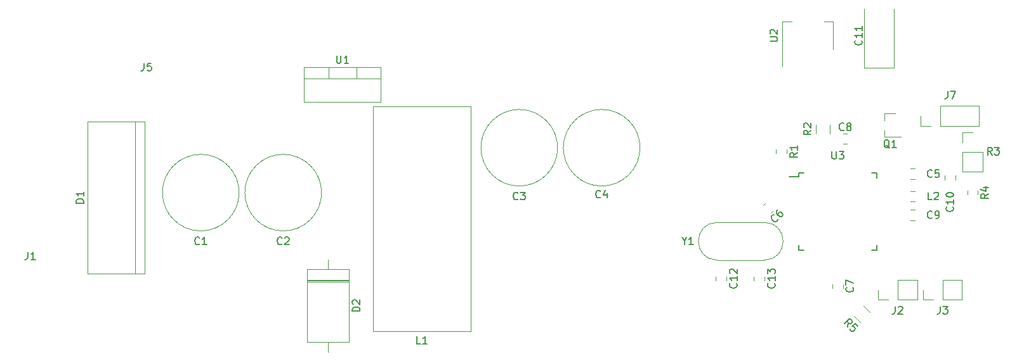
<source format=gto>
G04 #@! TF.GenerationSoftware,KiCad,Pcbnew,5.1.5+dfsg1-2build2*
G04 #@! TF.CreationDate,2020-11-30T17:08:01+01:00*
G04 #@! TF.ProjectId,Nixie clock main board,4e697869-6520-4636-9c6f-636b206d6169,rev?*
G04 #@! TF.SameCoordinates,Original*
G04 #@! TF.FileFunction,Legend,Top*
G04 #@! TF.FilePolarity,Positive*
%FSLAX46Y46*%
G04 Gerber Fmt 4.6, Leading zero omitted, Abs format (unit mm)*
G04 Created by KiCad (PCBNEW 5.1.5+dfsg1-2build2) date 2020-11-30 17:08:01*
%MOMM*%
%LPD*%
G04 APERTURE LIST*
%ADD10C,0.120000*%
%ADD11C,0.150000*%
G04 APERTURE END LIST*
D10*
X136258578Y-40010000D02*
X135741422Y-40010000D01*
X136258578Y-38590000D02*
X135741422Y-38590000D01*
D11*
X129825000Y-43825000D02*
X129825000Y-44400000D01*
X140175000Y-43825000D02*
X140175000Y-44500000D01*
X140175000Y-54175000D02*
X140175000Y-53500000D01*
X129825000Y-54175000D02*
X129825000Y-53500000D01*
X129825000Y-43825000D02*
X130500000Y-43825000D01*
X129825000Y-54175000D02*
X130500000Y-54175000D01*
X140175000Y-54175000D02*
X139500000Y-54175000D01*
X140175000Y-43825000D02*
X139500000Y-43825000D01*
X129825000Y-44400000D02*
X128550000Y-44400000D01*
D10*
X73000000Y-35000000D02*
X86000000Y-35000000D01*
X86000000Y-35000000D02*
X86000000Y-65000000D01*
X86000000Y-65000000D02*
X73000000Y-65000000D01*
X73000000Y-65000000D02*
X73000000Y-35000000D01*
X34890000Y-57290000D02*
X42510000Y-57290000D01*
X42510000Y-36970000D02*
X34890000Y-36970000D01*
X41240000Y-36970000D02*
X41240000Y-57290000D01*
X34890000Y-57290000D02*
X34890000Y-36970000D01*
X42510000Y-57290000D02*
X42510000Y-36970000D01*
X55120000Y-46500000D02*
G75*
G03X55120000Y-46500000I-5120000J0D01*
G01*
X66120000Y-46500000D02*
G75*
G03X66120000Y-46500000I-5120000J0D01*
G01*
X97620000Y-40500000D02*
G75*
G03X97620000Y-40500000I-5120000J0D01*
G01*
X108620000Y-40500000D02*
G75*
G03X108620000Y-40500000I-5120000J0D01*
G01*
X144741422Y-44710000D02*
X145258578Y-44710000D01*
X144741422Y-43290000D02*
X145258578Y-43290000D01*
X125410796Y-47829112D02*
X125045112Y-48194796D01*
X126414888Y-48833204D02*
X126049204Y-49198888D01*
X135710000Y-58741422D02*
X135710000Y-59258578D01*
X134290000Y-58741422D02*
X134290000Y-59258578D01*
X144741422Y-48790000D02*
X145258578Y-48790000D01*
X144741422Y-50210000D02*
X145258578Y-50210000D01*
X150710000Y-44241422D02*
X150710000Y-44758578D01*
X149290000Y-44241422D02*
X149290000Y-44758578D01*
X138490000Y-21950000D02*
X138490000Y-29810000D01*
X138490000Y-29810000D02*
X142510000Y-29810000D01*
X142510000Y-29810000D02*
X142510000Y-21950000D01*
X118750000Y-57721422D02*
X118750000Y-58238578D01*
X120170000Y-57721422D02*
X120170000Y-58238578D01*
X125250000Y-57721422D02*
X125250000Y-58238578D01*
X123830000Y-57721422D02*
X123830000Y-58238578D01*
X69785000Y-56740000D02*
X64215000Y-56740000D01*
X64215000Y-56740000D02*
X64215000Y-66500000D01*
X64215000Y-66500000D02*
X69785000Y-66500000D01*
X69785000Y-66500000D02*
X69785000Y-56740000D01*
X67000000Y-55440000D02*
X67000000Y-56740000D01*
X67000000Y-67800000D02*
X67000000Y-66500000D01*
X69785000Y-58288000D02*
X64215000Y-58288000D01*
X69785000Y-58408000D02*
X64215000Y-58408000D01*
X69785000Y-58168000D02*
X64215000Y-58168000D01*
X145258578Y-47710000D02*
X144741422Y-47710000D01*
X145258578Y-46290000D02*
X144741422Y-46290000D01*
X141240000Y-35920000D02*
X141240000Y-36850000D01*
X141240000Y-39080000D02*
X141240000Y-38150000D01*
X141240000Y-39080000D02*
X143400000Y-39080000D01*
X141240000Y-35920000D02*
X142700000Y-35920000D01*
X128210000Y-40741422D02*
X128210000Y-41258578D01*
X126790000Y-40741422D02*
X126790000Y-41258578D01*
X133910000Y-37397936D02*
X133910000Y-38602064D01*
X132090000Y-37397936D02*
X132090000Y-38602064D01*
X152290000Y-46241422D02*
X152290000Y-46758578D01*
X153710000Y-46241422D02*
X153710000Y-46758578D01*
X137180809Y-62967744D02*
X138032256Y-63819191D01*
X138467744Y-61680809D02*
X139319191Y-62532256D01*
X63779000Y-29730000D02*
X74020000Y-29730000D01*
X63779000Y-34371000D02*
X74020000Y-34371000D01*
X63779000Y-29730000D02*
X63779000Y-34371000D01*
X74020000Y-29730000D02*
X74020000Y-34371000D01*
X63779000Y-31240000D02*
X74020000Y-31240000D01*
X67050000Y-29730000D02*
X67050000Y-31240000D01*
X70750000Y-29730000D02*
X70750000Y-31240000D01*
X134410000Y-23590000D02*
X133150000Y-23590000D01*
X127590000Y-23590000D02*
X128850000Y-23590000D01*
X134410000Y-27350000D02*
X134410000Y-23590000D01*
X127590000Y-29600000D02*
X127590000Y-23590000D01*
X125185000Y-55525000D02*
X118935000Y-55525000D01*
X125185000Y-50475000D02*
X118935000Y-50475000D01*
X125185000Y-50475000D02*
G75*
G02X125185000Y-55525000I0J-2525000D01*
G01*
X118935000Y-50475000D02*
G75*
G03X118935000Y-55525000I0J-2525000D01*
G01*
X140420000Y-60830000D02*
X140420000Y-59500000D01*
X141750000Y-60830000D02*
X140420000Y-60830000D01*
X143020000Y-60830000D02*
X143020000Y-58170000D01*
X143020000Y-58170000D02*
X145620000Y-58170000D01*
X143020000Y-60830000D02*
X145620000Y-60830000D01*
X145620000Y-60830000D02*
X145620000Y-58170000D01*
X151580000Y-60830000D02*
X151580000Y-58170000D01*
X148980000Y-60830000D02*
X151580000Y-60830000D01*
X148980000Y-58170000D02*
X151580000Y-58170000D01*
X148980000Y-60830000D02*
X148980000Y-58170000D01*
X147710000Y-60830000D02*
X146380000Y-60830000D01*
X146380000Y-60830000D02*
X146380000Y-59500000D01*
X153830000Y-37580000D02*
X153830000Y-34920000D01*
X148690000Y-37580000D02*
X153830000Y-37580000D01*
X148690000Y-34920000D02*
X153830000Y-34920000D01*
X148690000Y-37580000D02*
X148690000Y-34920000D01*
X147420000Y-37580000D02*
X146090000Y-37580000D01*
X146090000Y-37580000D02*
X146090000Y-36250000D01*
X151670000Y-43670000D02*
X154330000Y-43670000D01*
X151670000Y-41070000D02*
X151670000Y-43670000D01*
X154330000Y-41070000D02*
X154330000Y-43670000D01*
X151670000Y-41070000D02*
X154330000Y-41070000D01*
X151670000Y-39800000D02*
X151670000Y-38470000D01*
X151670000Y-38470000D02*
X153000000Y-38470000D01*
D11*
X135833333Y-38107142D02*
X135785714Y-38154761D01*
X135642857Y-38202380D01*
X135547619Y-38202380D01*
X135404761Y-38154761D01*
X135309523Y-38059523D01*
X135261904Y-37964285D01*
X135214285Y-37773809D01*
X135214285Y-37630952D01*
X135261904Y-37440476D01*
X135309523Y-37345238D01*
X135404761Y-37250000D01*
X135547619Y-37202380D01*
X135642857Y-37202380D01*
X135785714Y-37250000D01*
X135833333Y-37297619D01*
X136404761Y-37630952D02*
X136309523Y-37583333D01*
X136261904Y-37535714D01*
X136214285Y-37440476D01*
X136214285Y-37392857D01*
X136261904Y-37297619D01*
X136309523Y-37250000D01*
X136404761Y-37202380D01*
X136595238Y-37202380D01*
X136690476Y-37250000D01*
X136738095Y-37297619D01*
X136785714Y-37392857D01*
X136785714Y-37440476D01*
X136738095Y-37535714D01*
X136690476Y-37583333D01*
X136595238Y-37630952D01*
X136404761Y-37630952D01*
X136309523Y-37678571D01*
X136261904Y-37726190D01*
X136214285Y-37821428D01*
X136214285Y-38011904D01*
X136261904Y-38107142D01*
X136309523Y-38154761D01*
X136404761Y-38202380D01*
X136595238Y-38202380D01*
X136690476Y-38154761D01*
X136738095Y-38107142D01*
X136785714Y-38011904D01*
X136785714Y-37821428D01*
X136738095Y-37726190D01*
X136690476Y-37678571D01*
X136595238Y-37630952D01*
X134238095Y-41002380D02*
X134238095Y-41811904D01*
X134285714Y-41907142D01*
X134333333Y-41954761D01*
X134428571Y-42002380D01*
X134619047Y-42002380D01*
X134714285Y-41954761D01*
X134761904Y-41907142D01*
X134809523Y-41811904D01*
X134809523Y-41002380D01*
X135190476Y-41002380D02*
X135809523Y-41002380D01*
X135476190Y-41383333D01*
X135619047Y-41383333D01*
X135714285Y-41430952D01*
X135761904Y-41478571D01*
X135809523Y-41573809D01*
X135809523Y-41811904D01*
X135761904Y-41907142D01*
X135714285Y-41954761D01*
X135619047Y-42002380D01*
X135333333Y-42002380D01*
X135238095Y-41954761D01*
X135190476Y-41907142D01*
X79333333Y-66702380D02*
X78857142Y-66702380D01*
X78857142Y-65702380D01*
X80190476Y-66702380D02*
X79619047Y-66702380D01*
X79904761Y-66702380D02*
X79904761Y-65702380D01*
X79809523Y-65845238D01*
X79714285Y-65940476D01*
X79619047Y-65988095D01*
X34352380Y-47888095D02*
X33352380Y-47888095D01*
X33352380Y-47650000D01*
X33400000Y-47507142D01*
X33495238Y-47411904D01*
X33590476Y-47364285D01*
X33780952Y-47316666D01*
X33923809Y-47316666D01*
X34114285Y-47364285D01*
X34209523Y-47411904D01*
X34304761Y-47507142D01*
X34352380Y-47650000D01*
X34352380Y-47888095D01*
X34352380Y-46364285D02*
X34352380Y-46935714D01*
X34352380Y-46650000D02*
X33352380Y-46650000D01*
X33495238Y-46745238D01*
X33590476Y-46840476D01*
X33638095Y-46935714D01*
X49833333Y-53357142D02*
X49785714Y-53404761D01*
X49642857Y-53452380D01*
X49547619Y-53452380D01*
X49404761Y-53404761D01*
X49309523Y-53309523D01*
X49261904Y-53214285D01*
X49214285Y-53023809D01*
X49214285Y-52880952D01*
X49261904Y-52690476D01*
X49309523Y-52595238D01*
X49404761Y-52500000D01*
X49547619Y-52452380D01*
X49642857Y-52452380D01*
X49785714Y-52500000D01*
X49833333Y-52547619D01*
X50785714Y-53452380D02*
X50214285Y-53452380D01*
X50500000Y-53452380D02*
X50500000Y-52452380D01*
X50404761Y-52595238D01*
X50309523Y-52690476D01*
X50214285Y-52738095D01*
X60833333Y-53357142D02*
X60785714Y-53404761D01*
X60642857Y-53452380D01*
X60547619Y-53452380D01*
X60404761Y-53404761D01*
X60309523Y-53309523D01*
X60261904Y-53214285D01*
X60214285Y-53023809D01*
X60214285Y-52880952D01*
X60261904Y-52690476D01*
X60309523Y-52595238D01*
X60404761Y-52500000D01*
X60547619Y-52452380D01*
X60642857Y-52452380D01*
X60785714Y-52500000D01*
X60833333Y-52547619D01*
X61214285Y-52547619D02*
X61261904Y-52500000D01*
X61357142Y-52452380D01*
X61595238Y-52452380D01*
X61690476Y-52500000D01*
X61738095Y-52547619D01*
X61785714Y-52642857D01*
X61785714Y-52738095D01*
X61738095Y-52880952D01*
X61166666Y-53452380D01*
X61785714Y-53452380D01*
X92333333Y-47357142D02*
X92285714Y-47404761D01*
X92142857Y-47452380D01*
X92047619Y-47452380D01*
X91904761Y-47404761D01*
X91809523Y-47309523D01*
X91761904Y-47214285D01*
X91714285Y-47023809D01*
X91714285Y-46880952D01*
X91761904Y-46690476D01*
X91809523Y-46595238D01*
X91904761Y-46500000D01*
X92047619Y-46452380D01*
X92142857Y-46452380D01*
X92285714Y-46500000D01*
X92333333Y-46547619D01*
X92666666Y-46452380D02*
X93285714Y-46452380D01*
X92952380Y-46833333D01*
X93095238Y-46833333D01*
X93190476Y-46880952D01*
X93238095Y-46928571D01*
X93285714Y-47023809D01*
X93285714Y-47261904D01*
X93238095Y-47357142D01*
X93190476Y-47404761D01*
X93095238Y-47452380D01*
X92809523Y-47452380D01*
X92714285Y-47404761D01*
X92666666Y-47357142D01*
X103333333Y-47107142D02*
X103285714Y-47154761D01*
X103142857Y-47202380D01*
X103047619Y-47202380D01*
X102904761Y-47154761D01*
X102809523Y-47059523D01*
X102761904Y-46964285D01*
X102714285Y-46773809D01*
X102714285Y-46630952D01*
X102761904Y-46440476D01*
X102809523Y-46345238D01*
X102904761Y-46250000D01*
X103047619Y-46202380D01*
X103142857Y-46202380D01*
X103285714Y-46250000D01*
X103333333Y-46297619D01*
X104190476Y-46535714D02*
X104190476Y-47202380D01*
X103952380Y-46154761D02*
X103714285Y-46869047D01*
X104333333Y-46869047D01*
X147583333Y-44357142D02*
X147535714Y-44404761D01*
X147392857Y-44452380D01*
X147297619Y-44452380D01*
X147154761Y-44404761D01*
X147059523Y-44309523D01*
X147011904Y-44214285D01*
X146964285Y-44023809D01*
X146964285Y-43880952D01*
X147011904Y-43690476D01*
X147059523Y-43595238D01*
X147154761Y-43500000D01*
X147297619Y-43452380D01*
X147392857Y-43452380D01*
X147535714Y-43500000D01*
X147583333Y-43547619D01*
X148488095Y-43452380D02*
X148011904Y-43452380D01*
X147964285Y-43928571D01*
X148011904Y-43880952D01*
X148107142Y-43833333D01*
X148345238Y-43833333D01*
X148440476Y-43880952D01*
X148488095Y-43928571D01*
X148535714Y-44023809D01*
X148535714Y-44261904D01*
X148488095Y-44357142D01*
X148440476Y-44404761D01*
X148345238Y-44452380D01*
X148107142Y-44452380D01*
X148011904Y-44404761D01*
X147964285Y-44357142D01*
X127031413Y-50051115D02*
X127031413Y-50118458D01*
X126964069Y-50253145D01*
X126896726Y-50320489D01*
X126762038Y-50387832D01*
X126627351Y-50387832D01*
X126526336Y-50354161D01*
X126357977Y-50253145D01*
X126256962Y-50152130D01*
X126155947Y-49983771D01*
X126122275Y-49882756D01*
X126122275Y-49748069D01*
X126189619Y-49613382D01*
X126256962Y-49546038D01*
X126391649Y-49478695D01*
X126458993Y-49478695D01*
X126997741Y-48805260D02*
X126863054Y-48939947D01*
X126829382Y-49040962D01*
X126829382Y-49108306D01*
X126863054Y-49276664D01*
X126964069Y-49445023D01*
X127233443Y-49714397D01*
X127334458Y-49748069D01*
X127401802Y-49748069D01*
X127502817Y-49714397D01*
X127637504Y-49579710D01*
X127671176Y-49478695D01*
X127671176Y-49411351D01*
X127637504Y-49310336D01*
X127469145Y-49141977D01*
X127368130Y-49108306D01*
X127300787Y-49108306D01*
X127199771Y-49141977D01*
X127065084Y-49276664D01*
X127031413Y-49377680D01*
X127031413Y-49445023D01*
X127065084Y-49546038D01*
X137007142Y-59166666D02*
X137054761Y-59214285D01*
X137102380Y-59357142D01*
X137102380Y-59452380D01*
X137054761Y-59595238D01*
X136959523Y-59690476D01*
X136864285Y-59738095D01*
X136673809Y-59785714D01*
X136530952Y-59785714D01*
X136340476Y-59738095D01*
X136245238Y-59690476D01*
X136150000Y-59595238D01*
X136102380Y-59452380D01*
X136102380Y-59357142D01*
X136150000Y-59214285D01*
X136197619Y-59166666D01*
X136102380Y-58833333D02*
X136102380Y-58166666D01*
X137102380Y-58595238D01*
X147583333Y-49857142D02*
X147535714Y-49904761D01*
X147392857Y-49952380D01*
X147297619Y-49952380D01*
X147154761Y-49904761D01*
X147059523Y-49809523D01*
X147011904Y-49714285D01*
X146964285Y-49523809D01*
X146964285Y-49380952D01*
X147011904Y-49190476D01*
X147059523Y-49095238D01*
X147154761Y-49000000D01*
X147297619Y-48952380D01*
X147392857Y-48952380D01*
X147535714Y-49000000D01*
X147583333Y-49047619D01*
X148059523Y-49952380D02*
X148250000Y-49952380D01*
X148345238Y-49904761D01*
X148392857Y-49857142D01*
X148488095Y-49714285D01*
X148535714Y-49523809D01*
X148535714Y-49142857D01*
X148488095Y-49047619D01*
X148440476Y-49000000D01*
X148345238Y-48952380D01*
X148154761Y-48952380D01*
X148059523Y-49000000D01*
X148011904Y-49047619D01*
X147964285Y-49142857D01*
X147964285Y-49380952D01*
X148011904Y-49476190D01*
X148059523Y-49523809D01*
X148154761Y-49571428D01*
X148345238Y-49571428D01*
X148440476Y-49523809D01*
X148488095Y-49476190D01*
X148535714Y-49380952D01*
X150357142Y-48392857D02*
X150404761Y-48440476D01*
X150452380Y-48583333D01*
X150452380Y-48678571D01*
X150404761Y-48821428D01*
X150309523Y-48916666D01*
X150214285Y-48964285D01*
X150023809Y-49011904D01*
X149880952Y-49011904D01*
X149690476Y-48964285D01*
X149595238Y-48916666D01*
X149500000Y-48821428D01*
X149452380Y-48678571D01*
X149452380Y-48583333D01*
X149500000Y-48440476D01*
X149547619Y-48392857D01*
X150452380Y-47440476D02*
X150452380Y-48011904D01*
X150452380Y-47726190D02*
X149452380Y-47726190D01*
X149595238Y-47821428D01*
X149690476Y-47916666D01*
X149738095Y-48011904D01*
X149452380Y-46821428D02*
X149452380Y-46726190D01*
X149500000Y-46630952D01*
X149547619Y-46583333D01*
X149642857Y-46535714D01*
X149833333Y-46488095D01*
X150071428Y-46488095D01*
X150261904Y-46535714D01*
X150357142Y-46583333D01*
X150404761Y-46630952D01*
X150452380Y-46726190D01*
X150452380Y-46821428D01*
X150404761Y-46916666D01*
X150357142Y-46964285D01*
X150261904Y-47011904D01*
X150071428Y-47059523D01*
X149833333Y-47059523D01*
X149642857Y-47011904D01*
X149547619Y-46964285D01*
X149500000Y-46916666D01*
X149452380Y-46821428D01*
X138157142Y-26142857D02*
X138204761Y-26190476D01*
X138252380Y-26333333D01*
X138252380Y-26428571D01*
X138204761Y-26571428D01*
X138109523Y-26666666D01*
X138014285Y-26714285D01*
X137823809Y-26761904D01*
X137680952Y-26761904D01*
X137490476Y-26714285D01*
X137395238Y-26666666D01*
X137300000Y-26571428D01*
X137252380Y-26428571D01*
X137252380Y-26333333D01*
X137300000Y-26190476D01*
X137347619Y-26142857D01*
X138252380Y-25190476D02*
X138252380Y-25761904D01*
X138252380Y-25476190D02*
X137252380Y-25476190D01*
X137395238Y-25571428D01*
X137490476Y-25666666D01*
X137538095Y-25761904D01*
X138252380Y-24238095D02*
X138252380Y-24809523D01*
X138252380Y-24523809D02*
X137252380Y-24523809D01*
X137395238Y-24619047D01*
X137490476Y-24714285D01*
X137538095Y-24809523D01*
X121467142Y-58622857D02*
X121514761Y-58670476D01*
X121562380Y-58813333D01*
X121562380Y-58908571D01*
X121514761Y-59051428D01*
X121419523Y-59146666D01*
X121324285Y-59194285D01*
X121133809Y-59241904D01*
X120990952Y-59241904D01*
X120800476Y-59194285D01*
X120705238Y-59146666D01*
X120610000Y-59051428D01*
X120562380Y-58908571D01*
X120562380Y-58813333D01*
X120610000Y-58670476D01*
X120657619Y-58622857D01*
X121562380Y-57670476D02*
X121562380Y-58241904D01*
X121562380Y-57956190D02*
X120562380Y-57956190D01*
X120705238Y-58051428D01*
X120800476Y-58146666D01*
X120848095Y-58241904D01*
X120657619Y-57289523D02*
X120610000Y-57241904D01*
X120562380Y-57146666D01*
X120562380Y-56908571D01*
X120610000Y-56813333D01*
X120657619Y-56765714D01*
X120752857Y-56718095D01*
X120848095Y-56718095D01*
X120990952Y-56765714D01*
X121562380Y-57337142D01*
X121562380Y-56718095D01*
X126547142Y-58622857D02*
X126594761Y-58670476D01*
X126642380Y-58813333D01*
X126642380Y-58908571D01*
X126594761Y-59051428D01*
X126499523Y-59146666D01*
X126404285Y-59194285D01*
X126213809Y-59241904D01*
X126070952Y-59241904D01*
X125880476Y-59194285D01*
X125785238Y-59146666D01*
X125690000Y-59051428D01*
X125642380Y-58908571D01*
X125642380Y-58813333D01*
X125690000Y-58670476D01*
X125737619Y-58622857D01*
X126642380Y-57670476D02*
X126642380Y-58241904D01*
X126642380Y-57956190D02*
X125642380Y-57956190D01*
X125785238Y-58051428D01*
X125880476Y-58146666D01*
X125928095Y-58241904D01*
X125642380Y-57337142D02*
X125642380Y-56718095D01*
X126023333Y-57051428D01*
X126023333Y-56908571D01*
X126070952Y-56813333D01*
X126118571Y-56765714D01*
X126213809Y-56718095D01*
X126451904Y-56718095D01*
X126547142Y-56765714D01*
X126594761Y-56813333D01*
X126642380Y-56908571D01*
X126642380Y-57194285D01*
X126594761Y-57289523D01*
X126547142Y-57337142D01*
X71237380Y-62358095D02*
X70237380Y-62358095D01*
X70237380Y-62120000D01*
X70285000Y-61977142D01*
X70380238Y-61881904D01*
X70475476Y-61834285D01*
X70665952Y-61786666D01*
X70808809Y-61786666D01*
X70999285Y-61834285D01*
X71094523Y-61881904D01*
X71189761Y-61977142D01*
X71237380Y-62120000D01*
X71237380Y-62358095D01*
X70332619Y-61405714D02*
X70285000Y-61358095D01*
X70237380Y-61262857D01*
X70237380Y-61024761D01*
X70285000Y-60929523D01*
X70332619Y-60881904D01*
X70427857Y-60834285D01*
X70523095Y-60834285D01*
X70665952Y-60881904D01*
X71237380Y-61453333D01*
X71237380Y-60834285D01*
X26916666Y-54452380D02*
X26916666Y-55166666D01*
X26869047Y-55309523D01*
X26773809Y-55404761D01*
X26630952Y-55452380D01*
X26535714Y-55452380D01*
X27916666Y-55452380D02*
X27345238Y-55452380D01*
X27630952Y-55452380D02*
X27630952Y-54452380D01*
X27535714Y-54595238D01*
X27440476Y-54690476D01*
X27345238Y-54738095D01*
X42416666Y-29202380D02*
X42416666Y-29916666D01*
X42369047Y-30059523D01*
X42273809Y-30154761D01*
X42130952Y-30202380D01*
X42035714Y-30202380D01*
X43369047Y-29202380D02*
X42892857Y-29202380D01*
X42845238Y-29678571D01*
X42892857Y-29630952D01*
X42988095Y-29583333D01*
X43226190Y-29583333D01*
X43321428Y-29630952D01*
X43369047Y-29678571D01*
X43416666Y-29773809D01*
X43416666Y-30011904D01*
X43369047Y-30107142D01*
X43321428Y-30154761D01*
X43226190Y-30202380D01*
X42988095Y-30202380D01*
X42892857Y-30154761D01*
X42845238Y-30107142D01*
X147583333Y-47452380D02*
X147107142Y-47452380D01*
X147107142Y-46452380D01*
X147869047Y-46547619D02*
X147916666Y-46500000D01*
X148011904Y-46452380D01*
X148250000Y-46452380D01*
X148345238Y-46500000D01*
X148392857Y-46547619D01*
X148440476Y-46642857D01*
X148440476Y-46738095D01*
X148392857Y-46880952D01*
X147821428Y-47452380D01*
X148440476Y-47452380D01*
X141904761Y-40547619D02*
X141809523Y-40500000D01*
X141714285Y-40404761D01*
X141571428Y-40261904D01*
X141476190Y-40214285D01*
X141380952Y-40214285D01*
X141428571Y-40452380D02*
X141333333Y-40404761D01*
X141238095Y-40309523D01*
X141190476Y-40119047D01*
X141190476Y-39785714D01*
X141238095Y-39595238D01*
X141333333Y-39500000D01*
X141428571Y-39452380D01*
X141619047Y-39452380D01*
X141714285Y-39500000D01*
X141809523Y-39595238D01*
X141857142Y-39785714D01*
X141857142Y-40119047D01*
X141809523Y-40309523D01*
X141714285Y-40404761D01*
X141619047Y-40452380D01*
X141428571Y-40452380D01*
X142809523Y-40452380D02*
X142238095Y-40452380D01*
X142523809Y-40452380D02*
X142523809Y-39452380D01*
X142428571Y-39595238D01*
X142333333Y-39690476D01*
X142238095Y-39738095D01*
X129602380Y-41166666D02*
X129126190Y-41500000D01*
X129602380Y-41738095D02*
X128602380Y-41738095D01*
X128602380Y-41357142D01*
X128650000Y-41261904D01*
X128697619Y-41214285D01*
X128792857Y-41166666D01*
X128935714Y-41166666D01*
X129030952Y-41214285D01*
X129078571Y-41261904D01*
X129126190Y-41357142D01*
X129126190Y-41738095D01*
X129602380Y-40214285D02*
X129602380Y-40785714D01*
X129602380Y-40500000D02*
X128602380Y-40500000D01*
X128745238Y-40595238D01*
X128840476Y-40690476D01*
X128888095Y-40785714D01*
X131452380Y-38166666D02*
X130976190Y-38500000D01*
X131452380Y-38738095D02*
X130452380Y-38738095D01*
X130452380Y-38357142D01*
X130500000Y-38261904D01*
X130547619Y-38214285D01*
X130642857Y-38166666D01*
X130785714Y-38166666D01*
X130880952Y-38214285D01*
X130928571Y-38261904D01*
X130976190Y-38357142D01*
X130976190Y-38738095D01*
X130547619Y-37785714D02*
X130500000Y-37738095D01*
X130452380Y-37642857D01*
X130452380Y-37404761D01*
X130500000Y-37309523D01*
X130547619Y-37261904D01*
X130642857Y-37214285D01*
X130738095Y-37214285D01*
X130880952Y-37261904D01*
X131452380Y-37833333D01*
X131452380Y-37214285D01*
X155102380Y-46666666D02*
X154626190Y-47000000D01*
X155102380Y-47238095D02*
X154102380Y-47238095D01*
X154102380Y-46857142D01*
X154150000Y-46761904D01*
X154197619Y-46714285D01*
X154292857Y-46666666D01*
X154435714Y-46666666D01*
X154530952Y-46714285D01*
X154578571Y-46761904D01*
X154626190Y-46857142D01*
X154626190Y-47238095D01*
X154435714Y-45809523D02*
X155102380Y-45809523D01*
X154054761Y-46047619D02*
X154769047Y-46285714D01*
X154769047Y-45666666D01*
X136312267Y-64452030D02*
X136413282Y-63879610D01*
X135908206Y-64047969D02*
X136615312Y-63340862D01*
X136884687Y-63610236D01*
X136918358Y-63711251D01*
X136918358Y-63778595D01*
X136884687Y-63879610D01*
X136783671Y-63980625D01*
X136682656Y-64014297D01*
X136615312Y-64014297D01*
X136514297Y-63980625D01*
X136244923Y-63711251D01*
X137659137Y-64384687D02*
X137322419Y-64047969D01*
X136952030Y-64351015D01*
X137019374Y-64351015D01*
X137120389Y-64384687D01*
X137288748Y-64553045D01*
X137322419Y-64654061D01*
X137322419Y-64721404D01*
X137288748Y-64822419D01*
X137120389Y-64990778D01*
X137019374Y-65024450D01*
X136952030Y-65024450D01*
X136851015Y-64990778D01*
X136682656Y-64822419D01*
X136648984Y-64721404D01*
X136648984Y-64654061D01*
X68138095Y-28182380D02*
X68138095Y-28991904D01*
X68185714Y-29087142D01*
X68233333Y-29134761D01*
X68328571Y-29182380D01*
X68519047Y-29182380D01*
X68614285Y-29134761D01*
X68661904Y-29087142D01*
X68709523Y-28991904D01*
X68709523Y-28182380D01*
X69709523Y-29182380D02*
X69138095Y-29182380D01*
X69423809Y-29182380D02*
X69423809Y-28182380D01*
X69328571Y-28325238D01*
X69233333Y-28420476D01*
X69138095Y-28468095D01*
X125952380Y-26261904D02*
X126761904Y-26261904D01*
X126857142Y-26214285D01*
X126904761Y-26166666D01*
X126952380Y-26071428D01*
X126952380Y-25880952D01*
X126904761Y-25785714D01*
X126857142Y-25738095D01*
X126761904Y-25690476D01*
X125952380Y-25690476D01*
X126047619Y-25261904D02*
X126000000Y-25214285D01*
X125952380Y-25119047D01*
X125952380Y-24880952D01*
X126000000Y-24785714D01*
X126047619Y-24738095D01*
X126142857Y-24690476D01*
X126238095Y-24690476D01*
X126380952Y-24738095D01*
X126952380Y-25309523D01*
X126952380Y-24690476D01*
X114523809Y-52976190D02*
X114523809Y-53452380D01*
X114190476Y-52452380D02*
X114523809Y-52976190D01*
X114857142Y-52452380D01*
X115714285Y-53452380D02*
X115142857Y-53452380D01*
X115428571Y-53452380D02*
X115428571Y-52452380D01*
X115333333Y-52595238D01*
X115238095Y-52690476D01*
X115142857Y-52738095D01*
X142666666Y-61702380D02*
X142666666Y-62416666D01*
X142619047Y-62559523D01*
X142523809Y-62654761D01*
X142380952Y-62702380D01*
X142285714Y-62702380D01*
X143095238Y-61797619D02*
X143142857Y-61750000D01*
X143238095Y-61702380D01*
X143476190Y-61702380D01*
X143571428Y-61750000D01*
X143619047Y-61797619D01*
X143666666Y-61892857D01*
X143666666Y-61988095D01*
X143619047Y-62130952D01*
X143047619Y-62702380D01*
X143666666Y-62702380D01*
X148666666Y-61702380D02*
X148666666Y-62416666D01*
X148619047Y-62559523D01*
X148523809Y-62654761D01*
X148380952Y-62702380D01*
X148285714Y-62702380D01*
X149047619Y-61702380D02*
X149666666Y-61702380D01*
X149333333Y-62083333D01*
X149476190Y-62083333D01*
X149571428Y-62130952D01*
X149619047Y-62178571D01*
X149666666Y-62273809D01*
X149666666Y-62511904D01*
X149619047Y-62607142D01*
X149571428Y-62654761D01*
X149476190Y-62702380D01*
X149190476Y-62702380D01*
X149095238Y-62654761D01*
X149047619Y-62607142D01*
X149666666Y-32952380D02*
X149666666Y-33666666D01*
X149619047Y-33809523D01*
X149523809Y-33904761D01*
X149380952Y-33952380D01*
X149285714Y-33952380D01*
X150047619Y-32952380D02*
X150714285Y-32952380D01*
X150285714Y-33952380D01*
X155583333Y-41452380D02*
X155250000Y-40976190D01*
X155011904Y-41452380D02*
X155011904Y-40452380D01*
X155392857Y-40452380D01*
X155488095Y-40500000D01*
X155535714Y-40547619D01*
X155583333Y-40642857D01*
X155583333Y-40785714D01*
X155535714Y-40880952D01*
X155488095Y-40928571D01*
X155392857Y-40976190D01*
X155011904Y-40976190D01*
X155916666Y-40452380D02*
X156535714Y-40452380D01*
X156202380Y-40833333D01*
X156345238Y-40833333D01*
X156440476Y-40880952D01*
X156488095Y-40928571D01*
X156535714Y-41023809D01*
X156535714Y-41261904D01*
X156488095Y-41357142D01*
X156440476Y-41404761D01*
X156345238Y-41452380D01*
X156059523Y-41452380D01*
X155964285Y-41404761D01*
X155916666Y-41357142D01*
M02*

</source>
